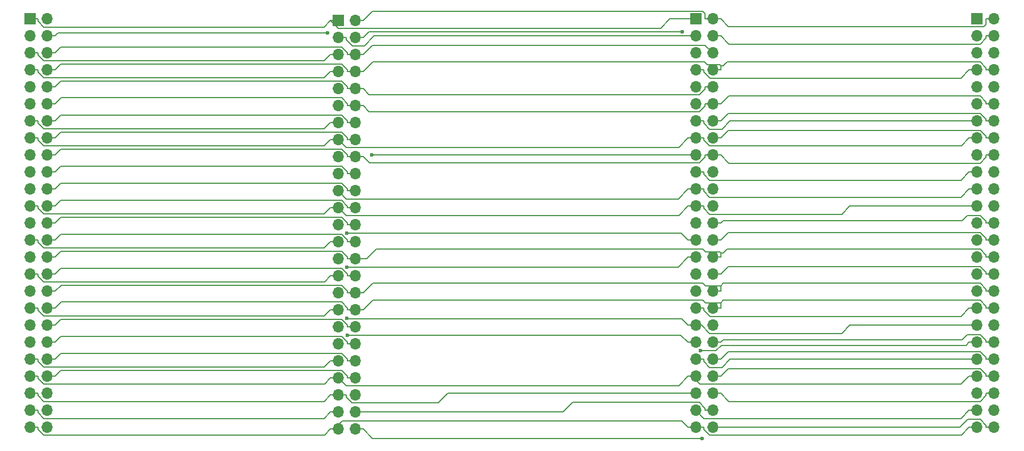
<source format=gbr>
%TF.GenerationSoftware,KiCad,Pcbnew,8.0.1*%
%TF.CreationDate,2024-06-17T10:53:38-04:00*%
%TF.ProjectId,trs80 multi connector,74727338-3020-46d7-956c-746920636f6e,rev?*%
%TF.SameCoordinates,Original*%
%TF.FileFunction,Copper,L1,Top*%
%TF.FilePolarity,Positive*%
%FSLAX46Y46*%
G04 Gerber Fmt 4.6, Leading zero omitted, Abs format (unit mm)*
G04 Created by KiCad (PCBNEW 8.0.1) date 2024-06-17 10:53:38*
%MOMM*%
%LPD*%
G01*
G04 APERTURE LIST*
%TA.AperFunction,ComponentPad*%
%ADD10R,1.700000X1.700000*%
%TD*%
%TA.AperFunction,ComponentPad*%
%ADD11O,1.700000X1.700000*%
%TD*%
%TA.AperFunction,ViaPad*%
%ADD12C,0.600000*%
%TD*%
%TA.AperFunction,Conductor*%
%ADD13C,0.200000*%
%TD*%
G04 APERTURE END LIST*
D10*
%TO.P,J4,1,Pin_1*%
%TO.N,Pin_1*%
X208026000Y-53594000D03*
D11*
%TO.P,J4,2,Pin_2*%
%TO.N,Pin_2*%
X210566000Y-53594000D03*
%TO.P,J4,3,Pin_3*%
%TO.N,Pin_3*%
X208026000Y-56134000D03*
%TO.P,J4,4,Pin_4*%
%TO.N,Pin_4*%
X210566000Y-56134000D03*
%TO.P,J4,5,Pin_5*%
%TO.N,Pin_5*%
X208026000Y-58674000D03*
%TO.P,J4,6,Pin_6*%
%TO.N,Pin_6*%
X210566000Y-58674000D03*
%TO.P,J4,7,Pin_7*%
%TO.N,Pin_7*%
X208026000Y-61214000D03*
%TO.P,J4,8,Pin_8*%
%TO.N,Pin_8*%
X210566000Y-61214000D03*
%TO.P,J4,9,Pin_9*%
%TO.N,Pin_9*%
X208026000Y-63754000D03*
%TO.P,J4,10,Pin_10*%
%TO.N,Pin_10*%
X210566000Y-63754000D03*
%TO.P,J4,11,Pin_11*%
%TO.N,Pin_11*%
X208026000Y-66294000D03*
%TO.P,J4,12,Pin_12*%
%TO.N,Pin_12*%
X210566000Y-66294000D03*
%TO.P,J4,13,Pin_13*%
%TO.N,Pin_13*%
X208026000Y-68834000D03*
%TO.P,J4,14,Pin_14*%
%TO.N,Pin_14*%
X210566000Y-68834000D03*
%TO.P,J4,15,Pin_15*%
%TO.N,Pin_15*%
X208026000Y-71374000D03*
%TO.P,J4,16,Pin_16*%
%TO.N,Pin_16*%
X210566000Y-71374000D03*
%TO.P,J4,17,Pin_17*%
%TO.N,Pin_17*%
X208026000Y-73914000D03*
%TO.P,J4,18,Pin_18*%
%TO.N,Pin_18*%
X210566000Y-73914000D03*
%TO.P,J4,19,Pin_19*%
%TO.N,Pin_19*%
X208026000Y-76454000D03*
%TO.P,J4,20,Pin_20*%
%TO.N,Pin_20*%
X210566000Y-76454000D03*
%TO.P,J4,21,Pin_21*%
%TO.N,Pin_21*%
X208026000Y-78994000D03*
%TO.P,J4,22,Pin_22*%
%TO.N,Pin_22*%
X210566000Y-78994000D03*
%TO.P,J4,23,Pin_23*%
%TO.N,Pin_23*%
X208026000Y-81534000D03*
%TO.P,J4,24,Pin_24*%
%TO.N,Pin_24*%
X210566000Y-81534000D03*
%TO.P,J4,25,Pin_25*%
%TO.N,Pin_25*%
X208026000Y-84074000D03*
%TO.P,J4,26,Pin_26*%
%TO.N,Pin_26*%
X210566000Y-84074000D03*
%TO.P,J4,27,Pin_27*%
%TO.N,Pin_27*%
X208026000Y-86614000D03*
%TO.P,J4,28,Pin_28*%
%TO.N,Pin_28*%
X210566000Y-86614000D03*
%TO.P,J4,29,Pin_29*%
%TO.N,Pin_29*%
X208026000Y-89154000D03*
%TO.P,J4,30,Pin_30*%
%TO.N,Pin_30*%
X210566000Y-89154000D03*
%TO.P,J4,31,Pin_31*%
%TO.N,Pin_31*%
X208026000Y-91694000D03*
%TO.P,J4,32,Pin_32*%
%TO.N,Pin_32*%
X210566000Y-91694000D03*
%TO.P,J4,33,Pin_33*%
%TO.N,Pin_33*%
X208026000Y-94234000D03*
%TO.P,J4,34,Pin_34*%
%TO.N,Pin_34*%
X210566000Y-94234000D03*
%TO.P,J4,35,Pin_35*%
%TO.N,Pin_35*%
X208026000Y-96774000D03*
%TO.P,J4,36,Pin_36*%
%TO.N,Pin_36*%
X210566000Y-96774000D03*
%TO.P,J4,37,Pin_37*%
%TO.N,Pin_37*%
X208026000Y-99314000D03*
%TO.P,J4,38,Pin_38*%
%TO.N,Pin_38*%
X210566000Y-99314000D03*
%TO.P,J4,39,Pin_39*%
%TO.N,Pin_39*%
X208026000Y-101854000D03*
%TO.P,J4,40,Pin_40*%
%TO.N,Pin_40*%
X210566000Y-101854000D03*
%TO.P,J4,41,Pin_41*%
%TO.N,Pin_41*%
X208026000Y-104394000D03*
%TO.P,J4,42,Pin_42*%
%TO.N,Pin_42*%
X210566000Y-104394000D03*
%TO.P,J4,43,Pin_43*%
%TO.N,Pin_43*%
X208026000Y-106934000D03*
%TO.P,J4,44,Pin_44*%
%TO.N,Pin_44*%
X210566000Y-106934000D03*
%TO.P,J4,45,Pin_45*%
%TO.N,Pin_45*%
X208026000Y-109474000D03*
%TO.P,J4,46,Pin_46*%
%TO.N,Pin_46*%
X210566000Y-109474000D03*
%TO.P,J4,47,Pin_47*%
%TO.N,Pin_47*%
X208026000Y-112014000D03*
%TO.P,J4,48,Pin_48*%
%TO.N,Pin_48*%
X210566000Y-112014000D03*
%TO.P,J4,49,Pin_49*%
%TO.N,Pin_49*%
X208026000Y-114554000D03*
%TO.P,J4,50,Pin_50*%
%TO.N,Pin_50*%
X210566000Y-114554000D03*
%TD*%
D10*
%TO.P,J3,1,Pin_1*%
%TO.N,Pin_1*%
X166116000Y-53594000D03*
D11*
%TO.P,J3,2,Pin_2*%
%TO.N,Pin_2*%
X168656000Y-53594000D03*
%TO.P,J3,3,Pin_3*%
%TO.N,Pin_3*%
X166116000Y-56134000D03*
%TO.P,J3,4,Pin_4*%
%TO.N,Pin_4*%
X168656000Y-56134000D03*
%TO.P,J3,5,Pin_5*%
%TO.N,Pin_5*%
X166116000Y-58674000D03*
%TO.P,J3,6,Pin_6*%
%TO.N,Pin_6*%
X168656000Y-58674000D03*
%TO.P,J3,7,Pin_7*%
%TO.N,Pin_7*%
X166116000Y-61214000D03*
%TO.P,J3,8,Pin_8*%
%TO.N,Pin_8*%
X168656000Y-61214000D03*
%TO.P,J3,9,Pin_9*%
%TO.N,Pin_9*%
X166116000Y-63754000D03*
%TO.P,J3,10,Pin_10*%
%TO.N,Pin_10*%
X168656000Y-63754000D03*
%TO.P,J3,11,Pin_11*%
%TO.N,Pin_11*%
X166116000Y-66294000D03*
%TO.P,J3,12,Pin_12*%
%TO.N,Pin_12*%
X168656000Y-66294000D03*
%TO.P,J3,13,Pin_13*%
%TO.N,Pin_13*%
X166116000Y-68834000D03*
%TO.P,J3,14,Pin_14*%
%TO.N,Pin_14*%
X168656000Y-68834000D03*
%TO.P,J3,15,Pin_15*%
%TO.N,Pin_15*%
X166116000Y-71374000D03*
%TO.P,J3,16,Pin_16*%
%TO.N,Pin_16*%
X168656000Y-71374000D03*
%TO.P,J3,17,Pin_17*%
%TO.N,Pin_17*%
X166116000Y-73914000D03*
%TO.P,J3,18,Pin_18*%
%TO.N,Pin_18*%
X168656000Y-73914000D03*
%TO.P,J3,19,Pin_19*%
%TO.N,Pin_19*%
X166116000Y-76454000D03*
%TO.P,J3,20,Pin_20*%
%TO.N,Pin_20*%
X168656000Y-76454000D03*
%TO.P,J3,21,Pin_21*%
%TO.N,Pin_21*%
X166116000Y-78994000D03*
%TO.P,J3,22,Pin_22*%
%TO.N,Pin_22*%
X168656000Y-78994000D03*
%TO.P,J3,23,Pin_23*%
%TO.N,Pin_23*%
X166116000Y-81534000D03*
%TO.P,J3,24,Pin_24*%
%TO.N,Pin_24*%
X168656000Y-81534000D03*
%TO.P,J3,25,Pin_25*%
%TO.N,Pin_25*%
X166116000Y-84074000D03*
%TO.P,J3,26,Pin_26*%
%TO.N,Pin_26*%
X168656000Y-84074000D03*
%TO.P,J3,27,Pin_27*%
%TO.N,Pin_27*%
X166116000Y-86614000D03*
%TO.P,J3,28,Pin_28*%
%TO.N,Pin_28*%
X168656000Y-86614000D03*
%TO.P,J3,29,Pin_29*%
%TO.N,Pin_29*%
X166116000Y-89154000D03*
%TO.P,J3,30,Pin_30*%
%TO.N,Pin_30*%
X168656000Y-89154000D03*
%TO.P,J3,31,Pin_31*%
%TO.N,Pin_31*%
X166116000Y-91694000D03*
%TO.P,J3,32,Pin_32*%
%TO.N,Pin_32*%
X168656000Y-91694000D03*
%TO.P,J3,33,Pin_33*%
%TO.N,Pin_33*%
X166116000Y-94234000D03*
%TO.P,J3,34,Pin_34*%
%TO.N,Pin_34*%
X168656000Y-94234000D03*
%TO.P,J3,35,Pin_35*%
%TO.N,Pin_35*%
X166116000Y-96774000D03*
%TO.P,J3,36,Pin_36*%
%TO.N,Pin_36*%
X168656000Y-96774000D03*
%TO.P,J3,37,Pin_37*%
%TO.N,Pin_37*%
X166116000Y-99314000D03*
%TO.P,J3,38,Pin_38*%
%TO.N,Pin_38*%
X168656000Y-99314000D03*
%TO.P,J3,39,Pin_39*%
%TO.N,Pin_39*%
X166116000Y-101854000D03*
%TO.P,J3,40,Pin_40*%
%TO.N,Pin_40*%
X168656000Y-101854000D03*
%TO.P,J3,41,Pin_41*%
%TO.N,Pin_41*%
X166116000Y-104394000D03*
%TO.P,J3,42,Pin_42*%
%TO.N,Pin_42*%
X168656000Y-104394000D03*
%TO.P,J3,43,Pin_43*%
%TO.N,Pin_43*%
X166116000Y-106934000D03*
%TO.P,J3,44,Pin_44*%
%TO.N,Pin_44*%
X168656000Y-106934000D03*
%TO.P,J3,45,Pin_45*%
%TO.N,Pin_45*%
X166116000Y-109474000D03*
%TO.P,J3,46,Pin_46*%
%TO.N,Pin_46*%
X168656000Y-109474000D03*
%TO.P,J3,47,Pin_47*%
%TO.N,Pin_47*%
X166116000Y-112014000D03*
%TO.P,J3,48,Pin_48*%
%TO.N,Pin_48*%
X168656000Y-112014000D03*
%TO.P,J3,49,Pin_49*%
%TO.N,Pin_49*%
X166116000Y-114554000D03*
%TO.P,J3,50,Pin_50*%
%TO.N,Pin_50*%
X168656000Y-114554000D03*
%TD*%
D10*
%TO.P,J2,1,Pin_1*%
%TO.N,Pin_1*%
X112776000Y-53848000D03*
D11*
%TO.P,J2,2,Pin_2*%
%TO.N,Pin_2*%
X115316000Y-53848000D03*
%TO.P,J2,3,Pin_3*%
%TO.N,Pin_3*%
X112776000Y-56388000D03*
%TO.P,J2,4,Pin_4*%
%TO.N,Pin_4*%
X115316000Y-56388000D03*
%TO.P,J2,5,Pin_5*%
%TO.N,Pin_5*%
X112776000Y-58928000D03*
%TO.P,J2,6,Pin_6*%
%TO.N,Pin_6*%
X115316000Y-58928000D03*
%TO.P,J2,7,Pin_7*%
%TO.N,Pin_7*%
X112776000Y-61468000D03*
%TO.P,J2,8,Pin_8*%
%TO.N,Pin_8*%
X115316000Y-61468000D03*
%TO.P,J2,9,Pin_9*%
%TO.N,Pin_9*%
X112776000Y-64008000D03*
%TO.P,J2,10,Pin_10*%
%TO.N,Pin_10*%
X115316000Y-64008000D03*
%TO.P,J2,11,Pin_11*%
%TO.N,Pin_11*%
X112776000Y-66548000D03*
%TO.P,J2,12,Pin_12*%
%TO.N,Pin_12*%
X115316000Y-66548000D03*
%TO.P,J2,13,Pin_13*%
%TO.N,Pin_13*%
X112776000Y-69088000D03*
%TO.P,J2,14,Pin_14*%
%TO.N,Pin_14*%
X115316000Y-69088000D03*
%TO.P,J2,15,Pin_15*%
%TO.N,Pin_15*%
X112776000Y-71628000D03*
%TO.P,J2,16,Pin_16*%
%TO.N,Pin_16*%
X115316000Y-71628000D03*
%TO.P,J2,17,Pin_17*%
%TO.N,Pin_17*%
X112776000Y-74168000D03*
%TO.P,J2,18,Pin_18*%
%TO.N,Pin_18*%
X115316000Y-74168000D03*
%TO.P,J2,19,Pin_19*%
%TO.N,Pin_19*%
X112776000Y-76708000D03*
%TO.P,J2,20,Pin_20*%
%TO.N,Pin_20*%
X115316000Y-76708000D03*
%TO.P,J2,21,Pin_21*%
%TO.N,Pin_21*%
X112776000Y-79248000D03*
%TO.P,J2,22,Pin_22*%
%TO.N,Pin_22*%
X115316000Y-79248000D03*
%TO.P,J2,23,Pin_23*%
%TO.N,Pin_23*%
X112776000Y-81788000D03*
%TO.P,J2,24,Pin_24*%
%TO.N,Pin_24*%
X115316000Y-81788000D03*
%TO.P,J2,25,Pin_25*%
%TO.N,Pin_25*%
X112776000Y-84328000D03*
%TO.P,J2,26,Pin_26*%
%TO.N,Pin_26*%
X115316000Y-84328000D03*
%TO.P,J2,27,Pin_27*%
%TO.N,Pin_27*%
X112776000Y-86868000D03*
%TO.P,J2,28,Pin_28*%
%TO.N,Pin_28*%
X115316000Y-86868000D03*
%TO.P,J2,29,Pin_29*%
%TO.N,Pin_29*%
X112776000Y-89408000D03*
%TO.P,J2,30,Pin_30*%
%TO.N,Pin_30*%
X115316000Y-89408000D03*
%TO.P,J2,31,Pin_31*%
%TO.N,Pin_31*%
X112776000Y-91948000D03*
%TO.P,J2,32,Pin_32*%
%TO.N,Pin_32*%
X115316000Y-91948000D03*
%TO.P,J2,33,Pin_33*%
%TO.N,Pin_33*%
X112776000Y-94488000D03*
%TO.P,J2,34,Pin_34*%
%TO.N,Pin_34*%
X115316000Y-94488000D03*
%TO.P,J2,35,Pin_35*%
%TO.N,Pin_35*%
X112776000Y-97028000D03*
%TO.P,J2,36,Pin_36*%
%TO.N,Pin_36*%
X115316000Y-97028000D03*
%TO.P,J2,37,Pin_37*%
%TO.N,Pin_37*%
X112776000Y-99568000D03*
%TO.P,J2,38,Pin_38*%
%TO.N,Pin_38*%
X115316000Y-99568000D03*
%TO.P,J2,39,Pin_39*%
%TO.N,Pin_39*%
X112776000Y-102108000D03*
%TO.P,J2,40,Pin_40*%
%TO.N,Pin_40*%
X115316000Y-102108000D03*
%TO.P,J2,41,Pin_41*%
%TO.N,Pin_41*%
X112776000Y-104648000D03*
%TO.P,J2,42,Pin_42*%
%TO.N,Pin_42*%
X115316000Y-104648000D03*
%TO.P,J2,43,Pin_43*%
%TO.N,Pin_43*%
X112776000Y-107188000D03*
%TO.P,J2,44,Pin_44*%
%TO.N,Pin_44*%
X115316000Y-107188000D03*
%TO.P,J2,45,Pin_45*%
%TO.N,Pin_45*%
X112776000Y-109728000D03*
%TO.P,J2,46,Pin_46*%
%TO.N,Pin_46*%
X115316000Y-109728000D03*
%TO.P,J2,47,Pin_47*%
%TO.N,Pin_47*%
X112776000Y-112268000D03*
%TO.P,J2,48,Pin_48*%
%TO.N,Pin_48*%
X115316000Y-112268000D03*
%TO.P,J2,49,Pin_49*%
%TO.N,Pin_49*%
X112776000Y-114808000D03*
%TO.P,J2,50,Pin_50*%
%TO.N,Pin_50*%
X115316000Y-114808000D03*
%TD*%
D10*
%TO.P,J1,1,Pin_1*%
%TO.N,Pin_1*%
X66802000Y-53594000D03*
D11*
%TO.P,J1,2,Pin_2*%
%TO.N,Pin_2*%
X69342000Y-53594000D03*
%TO.P,J1,3,Pin_3*%
%TO.N,Pin_3*%
X66802000Y-56134000D03*
%TO.P,J1,4,Pin_4*%
%TO.N,Pin_4*%
X69342000Y-56134000D03*
%TO.P,J1,5,Pin_5*%
%TO.N,Pin_5*%
X66802000Y-58674000D03*
%TO.P,J1,6,Pin_6*%
%TO.N,Pin_6*%
X69342000Y-58674000D03*
%TO.P,J1,7,Pin_7*%
%TO.N,Pin_7*%
X66802000Y-61214000D03*
%TO.P,J1,8,Pin_8*%
%TO.N,Pin_8*%
X69342000Y-61214000D03*
%TO.P,J1,9,Pin_9*%
%TO.N,Pin_9*%
X66802000Y-63754000D03*
%TO.P,J1,10,Pin_10*%
%TO.N,Pin_10*%
X69342000Y-63754000D03*
%TO.P,J1,11,Pin_11*%
%TO.N,Pin_11*%
X66802000Y-66294000D03*
%TO.P,J1,12,Pin_12*%
%TO.N,Pin_12*%
X69342000Y-66294000D03*
%TO.P,J1,13,Pin_13*%
%TO.N,Pin_13*%
X66802000Y-68834000D03*
%TO.P,J1,14,Pin_14*%
%TO.N,Pin_14*%
X69342000Y-68834000D03*
%TO.P,J1,15,Pin_15*%
%TO.N,Pin_15*%
X66802000Y-71374000D03*
%TO.P,J1,16,Pin_16*%
%TO.N,Pin_16*%
X69342000Y-71374000D03*
%TO.P,J1,17,Pin_17*%
%TO.N,Pin_17*%
X66802000Y-73914000D03*
%TO.P,J1,18,Pin_18*%
%TO.N,Pin_18*%
X69342000Y-73914000D03*
%TO.P,J1,19,Pin_19*%
%TO.N,Pin_19*%
X66802000Y-76454000D03*
%TO.P,J1,20,Pin_20*%
%TO.N,Pin_20*%
X69342000Y-76454000D03*
%TO.P,J1,21,Pin_21*%
%TO.N,Pin_21*%
X66802000Y-78994000D03*
%TO.P,J1,22,Pin_22*%
%TO.N,Pin_22*%
X69342000Y-78994000D03*
%TO.P,J1,23,Pin_23*%
%TO.N,Pin_23*%
X66802000Y-81534000D03*
%TO.P,J1,24,Pin_24*%
%TO.N,Pin_24*%
X69342000Y-81534000D03*
%TO.P,J1,25,Pin_25*%
%TO.N,Pin_25*%
X66802000Y-84074000D03*
%TO.P,J1,26,Pin_26*%
%TO.N,Pin_26*%
X69342000Y-84074000D03*
%TO.P,J1,27,Pin_27*%
%TO.N,Pin_27*%
X66802000Y-86614000D03*
%TO.P,J1,28,Pin_28*%
%TO.N,Pin_28*%
X69342000Y-86614000D03*
%TO.P,J1,29,Pin_29*%
%TO.N,Pin_29*%
X66802000Y-89154000D03*
%TO.P,J1,30,Pin_30*%
%TO.N,Pin_30*%
X69342000Y-89154000D03*
%TO.P,J1,31,Pin_31*%
%TO.N,Pin_31*%
X66802000Y-91694000D03*
%TO.P,J1,32,Pin_32*%
%TO.N,Pin_32*%
X69342000Y-91694000D03*
%TO.P,J1,33,Pin_33*%
%TO.N,Pin_33*%
X66802000Y-94234000D03*
%TO.P,J1,34,Pin_34*%
%TO.N,Pin_34*%
X69342000Y-94234000D03*
%TO.P,J1,35,Pin_35*%
%TO.N,Pin_35*%
X66802000Y-96774000D03*
%TO.P,J1,36,Pin_36*%
%TO.N,Pin_36*%
X69342000Y-96774000D03*
%TO.P,J1,37,Pin_37*%
%TO.N,Pin_37*%
X66802000Y-99314000D03*
%TO.P,J1,38,Pin_38*%
%TO.N,Pin_38*%
X69342000Y-99314000D03*
%TO.P,J1,39,Pin_39*%
%TO.N,Pin_39*%
X66802000Y-101854000D03*
%TO.P,J1,40,Pin_40*%
%TO.N,Pin_40*%
X69342000Y-101854000D03*
%TO.P,J1,41,Pin_41*%
%TO.N,Pin_41*%
X66802000Y-104394000D03*
%TO.P,J1,42,Pin_42*%
%TO.N,Pin_42*%
X69342000Y-104394000D03*
%TO.P,J1,43,Pin_43*%
%TO.N,Pin_43*%
X66802000Y-106934000D03*
%TO.P,J1,44,Pin_44*%
%TO.N,Pin_44*%
X69342000Y-106934000D03*
%TO.P,J1,45,Pin_45*%
%TO.N,Pin_45*%
X66802000Y-109474000D03*
%TO.P,J1,46,Pin_46*%
%TO.N,Pin_46*%
X69342000Y-109474000D03*
%TO.P,J1,47,Pin_47*%
%TO.N,Pin_47*%
X66802000Y-112014000D03*
%TO.P,J1,48,Pin_48*%
%TO.N,Pin_48*%
X69342000Y-112014000D03*
%TO.P,J1,49,Pin_49*%
%TO.N,Pin_49*%
X66802000Y-114554000D03*
%TO.P,J1,50,Pin_50*%
%TO.N,Pin_50*%
X69342000Y-114554000D03*
%TD*%
D12*
%TO.N,Pin_17*%
X117744000Y-73914000D03*
%TO.N,Pin_39*%
X166763000Y-103124000D03*
X114171000Y-100760000D03*
%TO.N,Pin_29*%
X114036000Y-90646400D03*
%TO.N,Pin_27*%
X114046000Y-85598000D03*
%TO.N,Pin_37*%
X114027000Y-98219400D03*
%TO.N,Pin_50*%
X167042000Y-116168000D03*
%TO.N,Pin_4*%
X111128000Y-55685300D03*
X164119000Y-55527400D03*
%TD*%
D13*
%TO.N,Pin_19*%
X206874000Y-76454000D02*
X208026000Y-76454000D01*
X205684000Y-77644600D02*
X206874000Y-76454000D01*
X168170000Y-77644600D02*
X205684000Y-77644600D01*
X167268000Y-76741900D02*
X168170000Y-77644600D01*
X167268000Y-76454000D02*
X167268000Y-76741900D01*
X166116000Y-76454000D02*
X167268000Y-76454000D01*
%TO.N,Pin_17*%
X166116000Y-73914000D02*
X117744000Y-73914000D01*
%TO.N,Pin_7*%
X67953700Y-61214000D02*
X66802000Y-61214000D01*
X67953700Y-61501900D02*
X67953700Y-61214000D01*
X68846900Y-62395100D02*
X67953700Y-61501900D01*
X110697000Y-62395100D02*
X68846900Y-62395100D01*
X111624000Y-61468000D02*
X110697000Y-62395100D01*
X112776000Y-61468000D02*
X111624000Y-61468000D01*
X206874000Y-61214000D02*
X208026000Y-61214000D01*
X205676000Y-62412000D02*
X206874000Y-61214000D01*
X168197000Y-62412000D02*
X205676000Y-62412000D01*
X167268000Y-61482500D02*
X168197000Y-62412000D01*
X167268000Y-61214000D02*
X167268000Y-61482500D01*
X166116000Y-61214000D02*
X167268000Y-61214000D01*
%TO.N,Pin_21*%
X167268000Y-78994000D02*
X166116000Y-78994000D01*
X167268000Y-79262500D02*
X167268000Y-78994000D01*
X168190000Y-80184600D02*
X167268000Y-79262500D01*
X205684000Y-80184600D02*
X168190000Y-80184600D01*
X206874000Y-78994000D02*
X205684000Y-80184600D01*
X208026000Y-78994000D02*
X206874000Y-78994000D01*
X113966000Y-80438400D02*
X112776000Y-79248000D01*
X163520000Y-80438400D02*
X113966000Y-80438400D01*
X164964000Y-78994000D02*
X163520000Y-80438400D01*
X166116000Y-78994000D02*
X164964000Y-78994000D01*
%TO.N,Pin_3*%
X113928000Y-56388000D02*
X112776000Y-56388000D01*
X113928000Y-56656500D02*
X113928000Y-56388000D01*
X114858000Y-57587100D02*
X113928000Y-56656500D01*
X116693000Y-57587100D02*
X114858000Y-57587100D01*
X118146000Y-56134000D02*
X116693000Y-57587100D01*
X166116000Y-56134000D02*
X118146000Y-56134000D01*
%TO.N,Pin_15*%
X67953700Y-71374000D02*
X66802000Y-71374000D01*
X67953700Y-71661900D02*
X67953700Y-71374000D01*
X68846900Y-72555100D02*
X67953700Y-71661900D01*
X110697000Y-72555100D02*
X68846900Y-72555100D01*
X111624000Y-71628000D02*
X110697000Y-72555100D01*
X112776000Y-71628000D02*
X111624000Y-71628000D01*
X167268000Y-71374000D02*
X166116000Y-71374000D01*
X167268000Y-71661900D02*
X167268000Y-71374000D01*
X168136000Y-72530400D02*
X167268000Y-71661900D01*
X205718000Y-72530400D02*
X168136000Y-72530400D01*
X206874000Y-71374000D02*
X205718000Y-72530400D01*
X208026000Y-71374000D02*
X206874000Y-71374000D01*
X113949000Y-72801300D02*
X112776000Y-71628000D01*
X163537000Y-72801300D02*
X113949000Y-72801300D01*
X164964000Y-71374000D02*
X163537000Y-72801300D01*
X166116000Y-71374000D02*
X164964000Y-71374000D01*
%TO.N,Pin_49*%
X110709100Y-115723200D02*
X111624300Y-114808000D01*
X68835000Y-115723200D02*
X110709100Y-115723200D01*
X67953700Y-114841900D02*
X68835000Y-115723200D01*
X67953700Y-114554000D02*
X67953700Y-114841900D01*
X66802000Y-114554000D02*
X67953700Y-114554000D01*
X112776000Y-114808000D02*
X112200200Y-114808000D01*
X112200200Y-114808000D02*
X111624300Y-114808000D01*
X164023600Y-113613300D02*
X164964300Y-114554000D01*
X113394900Y-113613300D02*
X164023600Y-113613300D01*
X112200200Y-114808000D02*
X113394900Y-113613300D01*
X166116000Y-114554000D02*
X164964300Y-114554000D01*
X167267700Y-114822500D02*
X167267700Y-114554000D01*
X168153400Y-115708200D02*
X167267700Y-114822500D01*
X205720100Y-115708200D02*
X168153400Y-115708200D01*
X206874300Y-114554000D02*
X205720100Y-115708200D01*
X208026000Y-114554000D02*
X206874300Y-114554000D01*
X166116000Y-114554000D02*
X167267700Y-114554000D01*
%TO.N,Pin_31*%
X67953700Y-91694000D02*
X66802000Y-91694000D01*
X67953700Y-91981900D02*
X67953700Y-91694000D01*
X68828000Y-92856200D02*
X67953700Y-91981900D01*
X110716000Y-92856200D02*
X68828000Y-92856200D01*
X111624000Y-91948000D02*
X110716000Y-92856200D01*
X112776000Y-91948000D02*
X111624000Y-91948000D01*
%TO.N,Pin_1*%
X112776000Y-53848000D02*
X111624000Y-53848000D01*
X110673000Y-54799100D02*
X111624000Y-53848000D01*
X68870900Y-54799100D02*
X110673000Y-54799100D01*
X67953700Y-53881900D02*
X68870900Y-54799100D01*
X67953700Y-53594000D02*
X67953700Y-53881900D01*
X66802000Y-53594000D02*
X67953700Y-53594000D01*
X162232000Y-53594000D02*
X166116000Y-53594000D01*
X160826000Y-54999700D02*
X162232000Y-53594000D01*
X112776000Y-54999700D02*
X160826000Y-54999700D01*
X111624000Y-53848000D02*
X112776000Y-54999700D01*
%TO.N,Pin_39*%
X169104000Y-103124000D02*
X166763000Y-103124000D01*
X169897000Y-102331000D02*
X169104000Y-103124000D01*
X206397000Y-102331000D02*
X169897000Y-102331000D01*
X206874000Y-101854000D02*
X206397000Y-102331000D01*
X208026000Y-101854000D02*
X206874000Y-101854000D01*
X163870000Y-100760000D02*
X114171000Y-100760000D01*
X164964000Y-101854000D02*
X163870000Y-100760000D01*
X166116000Y-101854000D02*
X164964000Y-101854000D01*
%TO.N,Pin_47*%
X67953700Y-112014000D02*
X66802000Y-112014000D01*
X67953700Y-112302000D02*
X67953700Y-112014000D01*
X68872200Y-113220000D02*
X67953700Y-112302000D01*
X110672000Y-113220000D02*
X68872200Y-113220000D01*
X111624000Y-112268000D02*
X110672000Y-113220000D01*
X112776000Y-112268000D02*
X111624000Y-112268000D01*
X167315000Y-113213000D02*
X166116000Y-112014000D01*
X205675000Y-113213000D02*
X167315000Y-113213000D01*
X206874000Y-112014000D02*
X205675000Y-113213000D01*
X208026000Y-112014000D02*
X206874000Y-112014000D01*
%TO.N,Pin_35*%
X67953700Y-96774000D02*
X66802000Y-96774000D01*
X67953700Y-97061900D02*
X67953700Y-96774000D01*
X68846900Y-97955100D02*
X67953700Y-97061900D01*
X110697000Y-97955100D02*
X68846900Y-97955100D01*
X111624000Y-97028000D02*
X110697000Y-97955100D01*
X112776000Y-97028000D02*
X111624000Y-97028000D01*
X206874000Y-96774000D02*
X208026000Y-96774000D01*
X205676000Y-97972000D02*
X206874000Y-96774000D01*
X168197000Y-97972000D02*
X205676000Y-97972000D01*
X167268000Y-97042500D02*
X168197000Y-97972000D01*
X167268000Y-96774000D02*
X167268000Y-97042500D01*
X166116000Y-96774000D02*
X167268000Y-96774000D01*
%TO.N,Pin_23*%
X67953700Y-81534000D02*
X66802000Y-81534000D01*
X67953700Y-81821900D02*
X67953700Y-81534000D01*
X68846900Y-82715100D02*
X67953700Y-81821900D01*
X110697000Y-82715100D02*
X68846900Y-82715100D01*
X111624000Y-81788000D02*
X110697000Y-82715100D01*
X112776000Y-81788000D02*
X111624000Y-81788000D01*
X113949000Y-82961300D02*
X112776000Y-81788000D01*
X163537000Y-82961300D02*
X113949000Y-82961300D01*
X164964000Y-81534000D02*
X163537000Y-82961300D01*
X166116000Y-81534000D02*
X164964000Y-81534000D01*
X189053000Y-81534000D02*
X208026000Y-81534000D01*
X187863000Y-82724600D02*
X189053000Y-81534000D01*
X168190000Y-82724600D02*
X187863000Y-82724600D01*
X167268000Y-81802500D02*
X168190000Y-82724600D01*
X167268000Y-81534000D02*
X167268000Y-81802500D01*
X166116000Y-81534000D02*
X167268000Y-81534000D01*
%TO.N,Pin_41*%
X67953700Y-104394000D02*
X66802000Y-104394000D01*
X67953700Y-104682000D02*
X67953700Y-104394000D01*
X68846500Y-105575000D02*
X67953700Y-104682000D01*
X110698000Y-105575000D02*
X68846500Y-105575000D01*
X111624000Y-104648000D02*
X110698000Y-105575000D01*
X112776000Y-104648000D02*
X111624000Y-104648000D01*
X171233000Y-104394000D02*
X208026000Y-104394000D01*
X170042000Y-105585000D02*
X171233000Y-104394000D01*
X168190000Y-105585000D02*
X170042000Y-105585000D01*
X167268000Y-104662000D02*
X168190000Y-105585000D01*
X167268000Y-104394000D02*
X167268000Y-104662000D01*
X166116000Y-104394000D02*
X167268000Y-104394000D01*
%TO.N,Pin_29*%
X163472000Y-90646400D02*
X114036000Y-90646400D01*
X164964000Y-89154000D02*
X163472000Y-90646400D01*
X166116000Y-89154000D02*
X164964000Y-89154000D01*
%TO.N,Pin_45*%
X111624000Y-109728000D02*
X112776000Y-109728000D01*
X110672000Y-110680000D02*
X111624000Y-109728000D01*
X68872200Y-110680000D02*
X110672000Y-110680000D01*
X67953700Y-109762000D02*
X68872200Y-110680000D01*
X67953700Y-109474000D02*
X67953700Y-109762000D01*
X66802000Y-109474000D02*
X67953700Y-109474000D01*
X129116000Y-109474000D02*
X166116000Y-109474000D01*
X127683000Y-110906000D02*
X129116000Y-109474000D01*
X114838000Y-110906000D02*
X127683000Y-110906000D01*
X113928000Y-109996000D02*
X114838000Y-110906000D01*
X113928000Y-109728000D02*
X113928000Y-109996000D01*
X112776000Y-109728000D02*
X113928000Y-109728000D01*
%TO.N,Pin_27*%
X67953700Y-86614000D02*
X66802000Y-86614000D01*
X67953700Y-86901900D02*
X67953700Y-86614000D01*
X68846900Y-87795100D02*
X67953700Y-86901900D01*
X110697000Y-87795100D02*
X68846900Y-87795100D01*
X111624000Y-86868000D02*
X110697000Y-87795100D01*
X112776000Y-86868000D02*
X111624000Y-86868000D01*
X163948000Y-85598000D02*
X114046000Y-85598000D01*
X164964000Y-86614000D02*
X163948000Y-85598000D01*
X166116000Y-86614000D02*
X164964000Y-86614000D01*
%TO.N,Pin_43*%
X111624000Y-107188000D02*
X112776000Y-107188000D01*
X110725000Y-108088000D02*
X111624000Y-107188000D01*
X68838700Y-108088000D02*
X110725000Y-108088000D01*
X67953700Y-107202000D02*
X68838700Y-108088000D01*
X67953700Y-106934000D02*
X67953700Y-107202000D01*
X66802000Y-106934000D02*
X67953700Y-106934000D01*
X113934000Y-108346000D02*
X112776000Y-107188000D01*
X163552000Y-108346000D02*
X113934000Y-108346000D01*
X164964000Y-106934000D02*
X163552000Y-108346000D01*
X165540000Y-106934000D02*
X164964000Y-106934000D01*
X166728000Y-108122000D02*
X165540000Y-106934000D01*
X205686000Y-108122000D02*
X166728000Y-108122000D01*
X206874000Y-106934000D02*
X205686000Y-108122000D01*
X208026000Y-106934000D02*
X206874000Y-106934000D01*
X166116000Y-106934000D02*
X165540000Y-106934000D01*
%TO.N,Pin_37*%
X166980000Y-99314000D02*
X166116000Y-99314000D01*
X168184000Y-100518000D02*
X166980000Y-99314000D01*
X187849000Y-100518000D02*
X168184000Y-100518000D01*
X189054000Y-99314000D02*
X187849000Y-100518000D01*
X208026000Y-99314000D02*
X189054000Y-99314000D01*
X164964000Y-99314000D02*
X166116000Y-99314000D01*
X163976000Y-98325900D02*
X164964000Y-99314000D01*
X114133000Y-98325900D02*
X163976000Y-98325900D01*
X114027000Y-98219400D02*
X114133000Y-98325900D01*
%TO.N,Pin_13*%
X67953700Y-68834000D02*
X66802000Y-68834000D01*
X67953700Y-69121900D02*
X67953700Y-68834000D01*
X68846900Y-70015100D02*
X67953700Y-69121900D01*
X110697000Y-70015100D02*
X68846900Y-70015100D01*
X111624000Y-69088000D02*
X110697000Y-70015100D01*
X112776000Y-69088000D02*
X111624000Y-69088000D01*
X171232000Y-68834000D02*
X208026000Y-68834000D01*
X170042000Y-70024600D02*
X171232000Y-68834000D01*
X168190000Y-70024600D02*
X170042000Y-70024600D01*
X167268000Y-69102500D02*
X168190000Y-70024600D01*
X167268000Y-68834000D02*
X167268000Y-69102500D01*
X166116000Y-68834000D02*
X167268000Y-68834000D01*
%TO.N,Pin_5*%
X67953700Y-58674000D02*
X66802000Y-58674000D01*
X67953700Y-58961900D02*
X67953700Y-58674000D01*
X68846900Y-59855100D02*
X67953700Y-58961900D01*
X110697000Y-59855100D02*
X68846900Y-59855100D01*
X111624000Y-58928000D02*
X110697000Y-59855100D01*
X112776000Y-58928000D02*
X111624000Y-58928000D01*
%TO.N,Pin_44*%
X114164000Y-107188000D02*
X115316000Y-107188000D01*
X114164000Y-106920000D02*
X114164000Y-107188000D01*
X113279000Y-106034000D02*
X114164000Y-106920000D01*
X71393200Y-106034000D02*
X113279000Y-106034000D01*
X70493700Y-106934000D02*
X71393200Y-106034000D01*
X69342000Y-106934000D02*
X70493700Y-106934000D01*
X169808000Y-106934000D02*
X168656000Y-106934000D01*
X170969000Y-105773000D02*
X169808000Y-106934000D01*
X208522000Y-105773000D02*
X170969000Y-105773000D01*
X209414000Y-106666000D02*
X208522000Y-105773000D01*
X209414000Y-106934000D02*
X209414000Y-106666000D01*
X210566000Y-106934000D02*
X209414000Y-106934000D01*
%TO.N,Pin_20*%
X70493700Y-76454000D02*
X69342000Y-76454000D01*
X71393200Y-75554500D02*
X70493700Y-76454000D01*
X113279000Y-75554500D02*
X71393200Y-75554500D01*
X114164000Y-76439500D02*
X113279000Y-75554500D01*
X114164000Y-76708000D02*
X114164000Y-76439500D01*
X115316000Y-76708000D02*
X114164000Y-76708000D01*
%TO.N,Pin_22*%
X70493700Y-78994000D02*
X69342000Y-78994000D01*
X71393200Y-78094500D02*
X70493700Y-78994000D01*
X113279000Y-78094500D02*
X71393200Y-78094500D01*
X114164000Y-78979500D02*
X113279000Y-78094500D01*
X114164000Y-79248000D02*
X114164000Y-78979500D01*
X115316000Y-79248000D02*
X114164000Y-79248000D01*
%TO.N,Pin_42*%
X169808000Y-104394000D02*
X168656000Y-104394000D01*
X170969000Y-103233000D02*
X169808000Y-104394000D01*
X208522000Y-103233000D02*
X170969000Y-103233000D01*
X209414000Y-104126000D02*
X208522000Y-103233000D01*
X209414000Y-104394000D02*
X209414000Y-104126000D01*
X210566000Y-104394000D02*
X209414000Y-104394000D01*
X70493700Y-104394000D02*
X69342000Y-104394000D01*
X71393200Y-103494000D02*
X70493700Y-104394000D01*
X113279000Y-103494000D02*
X71393200Y-103494000D01*
X114164000Y-104380000D02*
X113279000Y-103494000D01*
X114164000Y-104648000D02*
X114164000Y-104380000D01*
X115316000Y-104648000D02*
X114164000Y-104648000D01*
%TO.N,Pin_50*%
X210566000Y-114554000D02*
X209414300Y-114554000D01*
X205449400Y-114554000D02*
X168656000Y-114554000D01*
X206640000Y-113363400D02*
X205449400Y-114554000D01*
X208492200Y-113363400D02*
X206640000Y-113363400D01*
X209414300Y-114285500D02*
X208492200Y-113363400D01*
X209414300Y-114554000D02*
X209414300Y-114285500D01*
X115316000Y-114808000D02*
X116467700Y-114808000D01*
X117827700Y-116168000D02*
X167042000Y-116168000D01*
X116467700Y-114808000D02*
X117827700Y-116168000D01*
%TO.N,Pin_12*%
X114164000Y-66548000D02*
X115316000Y-66548000D01*
X114164000Y-66279500D02*
X114164000Y-66548000D01*
X113247000Y-65362000D02*
X114164000Y-66279500D01*
X71425700Y-65362000D02*
X113247000Y-65362000D01*
X70493700Y-66294000D02*
X71425700Y-65362000D01*
X69342000Y-66294000D02*
X70493700Y-66294000D01*
X167504000Y-66294000D02*
X168656000Y-66294000D01*
X167504000Y-66562500D02*
X167504000Y-66294000D01*
X166619000Y-67447500D02*
X167504000Y-66562500D01*
X117367000Y-67447500D02*
X166619000Y-67447500D01*
X116468000Y-66548000D02*
X117367000Y-67447500D01*
X115316000Y-66548000D02*
X116468000Y-66548000D01*
X169808000Y-66294000D02*
X168656000Y-66294000D01*
X170998000Y-65103400D02*
X169808000Y-66294000D01*
X208492000Y-65103400D02*
X170998000Y-65103400D01*
X209414000Y-66025500D02*
X208492000Y-65103400D01*
X209414000Y-66294000D02*
X209414000Y-66025500D01*
X210566000Y-66294000D02*
X209414000Y-66294000D01*
%TO.N,Pin_36*%
X168683000Y-95986600D02*
X169808000Y-95986600D01*
X168682000Y-95985100D02*
X168683000Y-95986600D01*
X168118000Y-95985100D02*
X168682000Y-95985100D01*
X168118000Y-95985000D02*
X168118000Y-95985100D01*
X168048000Y-95985000D02*
X168118000Y-95985000D01*
X168048000Y-95985100D02*
X168048000Y-95985000D01*
X167550000Y-95985100D02*
X168048000Y-95985100D01*
X167148000Y-95583400D02*
X167550000Y-95985100D01*
X117912000Y-95583400D02*
X167148000Y-95583400D01*
X116468000Y-97028000D02*
X117912000Y-95583400D01*
X115316000Y-97028000D02*
X116468000Y-97028000D01*
X169808000Y-96774000D02*
X169808000Y-95986600D01*
X168656000Y-96774000D02*
X169808000Y-96774000D01*
X209414000Y-96774000D02*
X210566000Y-96774000D01*
X209414000Y-96505500D02*
X209414000Y-96774000D01*
X208494000Y-95585600D02*
X209414000Y-96505500D01*
X170209000Y-95585600D02*
X208494000Y-95585600D01*
X169808000Y-95986600D02*
X170209000Y-95585600D01*
X70493700Y-96774000D02*
X69342000Y-96774000D01*
X71425700Y-95842000D02*
X70493700Y-96774000D01*
X113247000Y-95842000D02*
X71425700Y-95842000D01*
X114164000Y-96759500D02*
X113247000Y-95842000D01*
X114164000Y-97028000D02*
X114164000Y-96759500D01*
X115316000Y-97028000D02*
X114164000Y-97028000D01*
%TO.N,Pin_16*%
X169808000Y-71374000D02*
X168656000Y-71374000D01*
X170969000Y-70212700D02*
X169808000Y-71374000D01*
X208522000Y-70212700D02*
X170969000Y-70212700D01*
X209414000Y-71105500D02*
X208522000Y-70212700D01*
X209414000Y-71374000D02*
X209414000Y-71105500D01*
X210566000Y-71374000D02*
X209414000Y-71374000D01*
X70493700Y-71374000D02*
X69342000Y-71374000D01*
X71393200Y-70474500D02*
X70493700Y-71374000D01*
X113279000Y-70474500D02*
X71393200Y-70474500D01*
X114164000Y-71359500D02*
X113279000Y-70474500D01*
X114164000Y-71628000D02*
X114164000Y-71359500D01*
X115316000Y-71628000D02*
X114164000Y-71628000D01*
%TO.N,Pin_46*%
X169808000Y-109474000D02*
X168656000Y-109474000D01*
X170998000Y-110665000D02*
X169808000Y-109474000D01*
X208492000Y-110665000D02*
X170998000Y-110665000D01*
X209414000Y-109742000D02*
X208492000Y-110665000D01*
X209414000Y-109474000D02*
X209414000Y-109742000D01*
X210566000Y-109474000D02*
X209414000Y-109474000D01*
%TO.N,Pin_6*%
X114164000Y-58928000D02*
X115316000Y-58928000D01*
X114164000Y-58659500D02*
X114164000Y-58928000D01*
X113279000Y-57774500D02*
X114164000Y-58659500D01*
X71393200Y-57774500D02*
X113279000Y-57774500D01*
X70493700Y-58674000D02*
X71393200Y-57774500D01*
X69342000Y-58674000D02*
X70493700Y-58674000D01*
X167495000Y-57512700D02*
X168656000Y-58674000D01*
X117883000Y-57512700D02*
X167495000Y-57512700D01*
X116468000Y-58928000D02*
X117883000Y-57512700D01*
X115316000Y-58928000D02*
X116468000Y-58928000D01*
%TO.N,Pin_34*%
X169808000Y-94234000D02*
X169808000Y-93446600D01*
X168656000Y-94234000D02*
X169808000Y-94234000D01*
X209414000Y-94234000D02*
X210566000Y-94234000D01*
X209414000Y-93965500D02*
X209414000Y-94234000D01*
X208494000Y-93045600D02*
X209414000Y-93965500D01*
X170209000Y-93045600D02*
X208494000Y-93045600D01*
X169808000Y-93446600D02*
X170209000Y-93045600D01*
X168683000Y-93446600D02*
X169808000Y-93446600D01*
X168682000Y-93445100D02*
X168683000Y-93446600D01*
X168615000Y-93445100D02*
X168682000Y-93445100D01*
X168613000Y-93446500D02*
X168615000Y-93445100D01*
X168214000Y-93446500D02*
X168613000Y-93446500D01*
X168212000Y-93445100D02*
X168214000Y-93446500D01*
X168118000Y-93445100D02*
X168212000Y-93445100D01*
X168118000Y-93445000D02*
X168118000Y-93445100D01*
X168048000Y-93445000D02*
X168118000Y-93445000D01*
X168048000Y-93445100D02*
X168048000Y-93445000D01*
X167550000Y-93445100D02*
X168048000Y-93445100D01*
X167148000Y-93043400D02*
X167550000Y-93445100D01*
X117912000Y-93043400D02*
X167148000Y-93043400D01*
X116468000Y-94488000D02*
X117912000Y-93043400D01*
X115316000Y-94488000D02*
X116468000Y-94488000D01*
X70493700Y-94234000D02*
X69342000Y-94234000D01*
X71418300Y-93309400D02*
X70493700Y-94234000D01*
X113254000Y-93309400D02*
X71418300Y-93309400D01*
X114164000Y-94219500D02*
X113254000Y-93309400D01*
X114164000Y-94488000D02*
X114164000Y-94219500D01*
X115316000Y-94488000D02*
X114164000Y-94488000D01*
%TO.N,Pin_26*%
X169808000Y-84074000D02*
X168656000Y-84074000D01*
X170208000Y-83673800D02*
X169808000Y-84074000D01*
X205850000Y-83673800D02*
X170208000Y-83673800D01*
X206611000Y-82912700D02*
X205850000Y-83673800D01*
X208522000Y-82912700D02*
X206611000Y-82912700D01*
X209414000Y-83805500D02*
X208522000Y-82912700D01*
X209414000Y-84074000D02*
X209414000Y-83805500D01*
X210566000Y-84074000D02*
X209414000Y-84074000D01*
X70493700Y-84074000D02*
X69342000Y-84074000D01*
X71393200Y-83174500D02*
X70493700Y-84074000D01*
X113279000Y-83174500D02*
X71393200Y-83174500D01*
X114164000Y-84059500D02*
X113279000Y-83174500D01*
X114164000Y-84328000D02*
X114164000Y-84059500D01*
X115316000Y-84328000D02*
X114164000Y-84328000D01*
%TO.N,Pin_14*%
X169808000Y-68834000D02*
X168656000Y-68834000D01*
X170969000Y-67672700D02*
X169808000Y-68834000D01*
X208522000Y-67672700D02*
X170969000Y-67672700D01*
X209414000Y-68565500D02*
X208522000Y-67672700D01*
X209414000Y-68834000D02*
X209414000Y-68565500D01*
X210566000Y-68834000D02*
X209414000Y-68834000D01*
X114164000Y-69088000D02*
X115316000Y-69088000D01*
X114164000Y-68819500D02*
X114164000Y-69088000D01*
X113279000Y-67934500D02*
X114164000Y-68819500D01*
X71393200Y-67934500D02*
X113279000Y-67934500D01*
X70493700Y-68834000D02*
X71393200Y-67934500D01*
X69342000Y-68834000D02*
X70493700Y-68834000D01*
%TO.N,Pin_10*%
X116468000Y-64008000D02*
X115316000Y-64008000D01*
X117367000Y-64907500D02*
X116468000Y-64008000D01*
X166619000Y-64907500D02*
X117367000Y-64907500D01*
X167504000Y-64022500D02*
X166619000Y-64907500D01*
X167504000Y-63754000D02*
X167504000Y-64022500D01*
X168656000Y-63754000D02*
X167504000Y-63754000D01*
X70493700Y-63754000D02*
X69342000Y-63754000D01*
X71393200Y-62854500D02*
X70493700Y-63754000D01*
X113279000Y-62854500D02*
X71393200Y-62854500D01*
X114164000Y-63739500D02*
X113279000Y-62854500D01*
X114164000Y-64008000D02*
X114164000Y-63739500D01*
X115316000Y-64008000D02*
X114164000Y-64008000D01*
%TO.N,Pin_2*%
X169808000Y-53594000D02*
X168656000Y-53594000D01*
X170964000Y-54750400D02*
X169808000Y-53594000D01*
X207210000Y-54750400D02*
X170964000Y-54750400D01*
X207212000Y-54751900D02*
X207210000Y-54750400D01*
X209048000Y-54751900D02*
X207212000Y-54751900D01*
X209414000Y-54385800D02*
X209048000Y-54751900D01*
X209414000Y-53594000D02*
X209414000Y-54385800D01*
X210566000Y-53594000D02*
X209414000Y-53594000D01*
X116468000Y-53848000D02*
X115316000Y-53848000D01*
X117873000Y-52442300D02*
X116468000Y-53848000D01*
X167167000Y-52442300D02*
X117873000Y-52442300D01*
X167504000Y-52779500D02*
X167167000Y-52442300D01*
X167504000Y-53594000D02*
X167504000Y-52779500D01*
X168656000Y-53594000D02*
X167504000Y-53594000D01*
%TO.N,Pin_40*%
X70493700Y-101854000D02*
X69342000Y-101854000D01*
X71393200Y-100954000D02*
X70493700Y-101854000D01*
X113279000Y-100954000D02*
X71393200Y-100954000D01*
X114164000Y-101840000D02*
X113279000Y-100954000D01*
X114164000Y-102108000D02*
X114164000Y-101840000D01*
X115316000Y-102108000D02*
X114164000Y-102108000D01*
X169808000Y-101854000D02*
X168656000Y-101854000D01*
X170208000Y-101454000D02*
X169808000Y-101854000D01*
X205850000Y-101454000D02*
X170208000Y-101454000D01*
X206611000Y-100693000D02*
X205850000Y-101454000D01*
X208522000Y-100693000D02*
X206611000Y-100693000D01*
X209414000Y-101586000D02*
X208522000Y-100693000D01*
X209414000Y-101854000D02*
X209414000Y-101586000D01*
X210566000Y-101854000D02*
X209414000Y-101854000D01*
%TO.N,Pin_28*%
X70493700Y-86614000D02*
X69342000Y-86614000D01*
X71393200Y-85714500D02*
X70493700Y-86614000D01*
X113279000Y-85714500D02*
X71393200Y-85714500D01*
X114164000Y-86599500D02*
X113279000Y-85714500D01*
X114164000Y-86868000D02*
X114164000Y-86599500D01*
X115316000Y-86868000D02*
X114164000Y-86868000D01*
X169808000Y-86614000D02*
X168656000Y-86614000D01*
X170969000Y-85452700D02*
X169808000Y-86614000D01*
X208522000Y-85452700D02*
X170969000Y-85452700D01*
X209414000Y-86345500D02*
X208522000Y-85452700D01*
X209414000Y-86614000D02*
X209414000Y-86345500D01*
X210566000Y-86614000D02*
X209414000Y-86614000D01*
%TO.N,Pin_8*%
X169808000Y-61214000D02*
X169808000Y-60592700D01*
X168656000Y-61214000D02*
X169808000Y-61214000D01*
X169642000Y-60426600D02*
X169808000Y-60592700D01*
X168683000Y-60426600D02*
X169642000Y-60426600D01*
X168682000Y-60425100D02*
X168683000Y-60426600D01*
X167871000Y-60425100D02*
X168682000Y-60425100D01*
X167871000Y-60425000D02*
X167871000Y-60425100D01*
X167802000Y-60425000D02*
X167871000Y-60425000D01*
X167400000Y-60023400D02*
X167802000Y-60425000D01*
X117912000Y-60023400D02*
X167400000Y-60023400D01*
X116468000Y-61468000D02*
X117912000Y-60023400D01*
X115316000Y-61468000D02*
X116468000Y-61468000D01*
X209414000Y-61214000D02*
X210566000Y-61214000D01*
X209414000Y-60945500D02*
X209414000Y-61214000D01*
X208496000Y-60027100D02*
X209414000Y-60945500D01*
X170774000Y-60027100D02*
X208496000Y-60027100D01*
X170208000Y-60592700D02*
X170774000Y-60027100D01*
X169808000Y-60592700D02*
X170208000Y-60592700D01*
X70493700Y-61214000D02*
X69342000Y-61214000D01*
X71393200Y-60314500D02*
X70493700Y-61214000D01*
X113279000Y-60314500D02*
X71393200Y-60314500D01*
X114164000Y-61199500D02*
X113279000Y-60314500D01*
X114164000Y-61468000D02*
X114164000Y-61199500D01*
X115316000Y-61468000D02*
X114164000Y-61468000D01*
%TO.N,Pin_38*%
X70493700Y-99314000D02*
X69342000Y-99314000D01*
X71393200Y-98414500D02*
X70493700Y-99314000D01*
X113279000Y-98414500D02*
X71393200Y-98414500D01*
X114164000Y-99299500D02*
X113279000Y-98414500D01*
X114164000Y-99568000D02*
X114164000Y-99299500D01*
X115316000Y-99568000D02*
X114164000Y-99568000D01*
%TO.N,Pin_18*%
X167504000Y-73914000D02*
X168656000Y-73914000D01*
X167504000Y-74182500D02*
X167504000Y-73914000D01*
X166595000Y-75092000D02*
X167504000Y-74182500D01*
X117392000Y-75092000D02*
X166595000Y-75092000D01*
X116468000Y-74168000D02*
X117392000Y-75092000D01*
X115316000Y-74168000D02*
X116468000Y-74168000D01*
X169808000Y-73914000D02*
X168656000Y-73914000D01*
X170998000Y-75104600D02*
X169808000Y-73914000D01*
X208492000Y-75104600D02*
X170998000Y-75104600D01*
X209414000Y-74182500D02*
X208492000Y-75104600D01*
X209414000Y-73914000D02*
X209414000Y-74182500D01*
X210566000Y-73914000D02*
X209414000Y-73914000D01*
X70493700Y-73914000D02*
X69342000Y-73914000D01*
X71393200Y-73014500D02*
X70493700Y-73914000D01*
X113279000Y-73014500D02*
X71393200Y-73014500D01*
X114164000Y-73899500D02*
X113279000Y-73014500D01*
X114164000Y-74168000D02*
X114164000Y-73899500D01*
X115316000Y-74168000D02*
X114164000Y-74168000D01*
%TO.N,Pin_48*%
X146274000Y-112268000D02*
X115316000Y-112268000D01*
X147719000Y-110823000D02*
X146274000Y-112268000D01*
X166582000Y-110823000D02*
X147719000Y-110823000D01*
X167504000Y-111746000D02*
X166582000Y-110823000D01*
X167504000Y-112014000D02*
X167504000Y-111746000D01*
X168656000Y-112014000D02*
X167504000Y-112014000D01*
%TO.N,Pin_24*%
X114164000Y-81788000D02*
X115316000Y-81788000D01*
X114164000Y-81544200D02*
X114164000Y-81788000D01*
X113254000Y-80634500D02*
X114164000Y-81544200D01*
X71393200Y-80634500D02*
X113254000Y-80634500D01*
X70493700Y-81534000D02*
X71393200Y-80634500D01*
X69342000Y-81534000D02*
X70493700Y-81534000D01*
%TO.N,Pin_30*%
X169808000Y-89154000D02*
X169808000Y-88532700D01*
X168656000Y-89154000D02*
X169808000Y-89154000D01*
X169642000Y-88366600D02*
X169808000Y-88532700D01*
X168683000Y-88366600D02*
X169642000Y-88366600D01*
X168682000Y-88365100D02*
X168683000Y-88366600D01*
X168118000Y-88365100D02*
X168682000Y-88365100D01*
X168118000Y-88365000D02*
X168118000Y-88365100D01*
X168051000Y-88365000D02*
X168118000Y-88365000D01*
X168050000Y-88366600D02*
X168051000Y-88365000D01*
X167551000Y-88366600D02*
X168050000Y-88366600D01*
X167150000Y-87964900D02*
X167551000Y-88366600D01*
X118479000Y-87964900D02*
X167150000Y-87964900D01*
X117036000Y-89408000D02*
X118479000Y-87964900D01*
X115316000Y-89408000D02*
X117036000Y-89408000D01*
X209414000Y-89154000D02*
X210566000Y-89154000D01*
X209414000Y-88885500D02*
X209414000Y-89154000D01*
X208496000Y-87967100D02*
X209414000Y-88885500D01*
X170774000Y-87967100D02*
X208496000Y-87967100D01*
X170208000Y-88532700D02*
X170774000Y-87967100D01*
X169808000Y-88532700D02*
X170208000Y-88532700D01*
X70493700Y-89154000D02*
X69342000Y-89154000D01*
X71393200Y-88254500D02*
X70493700Y-89154000D01*
X113279000Y-88254500D02*
X71393200Y-88254500D01*
X114164000Y-89139500D02*
X113279000Y-88254500D01*
X114164000Y-89408000D02*
X114164000Y-89139500D01*
X115316000Y-89408000D02*
X114164000Y-89408000D01*
%TO.N,Pin_32*%
X169808000Y-91694000D02*
X168656000Y-91694000D01*
X170969000Y-90532700D02*
X169808000Y-91694000D01*
X208522000Y-90532700D02*
X170969000Y-90532700D01*
X209414000Y-91425500D02*
X208522000Y-90532700D01*
X209414000Y-91694000D02*
X209414000Y-91425500D01*
X210566000Y-91694000D02*
X209414000Y-91694000D01*
X114164000Y-91948000D02*
X115316000Y-91948000D01*
X114164000Y-91679500D02*
X114164000Y-91948000D01*
X113279000Y-90794500D02*
X114164000Y-91679500D01*
X71393200Y-90794500D02*
X113279000Y-90794500D01*
X70493700Y-91694000D02*
X71393200Y-90794500D01*
X69342000Y-91694000D02*
X70493700Y-91694000D01*
%TO.N,Pin_4*%
X70942400Y-55685300D02*
X111128000Y-55685300D01*
X70493700Y-56134000D02*
X70942400Y-55685300D01*
X69342000Y-56134000D02*
X70493700Y-56134000D01*
X117328000Y-55527400D02*
X164119000Y-55527400D01*
X116468000Y-56388000D02*
X117328000Y-55527400D01*
X115316000Y-56388000D02*
X116468000Y-56388000D01*
X169808000Y-56134000D02*
X168656000Y-56134000D01*
X170998000Y-57324600D02*
X169808000Y-56134000D01*
X208492000Y-57324600D02*
X170998000Y-57324600D01*
X209414000Y-56402500D02*
X208492000Y-57324600D01*
X209414000Y-56134000D02*
X209414000Y-56402500D01*
X210566000Y-56134000D02*
X209414000Y-56134000D01*
%TD*%
M02*

</source>
